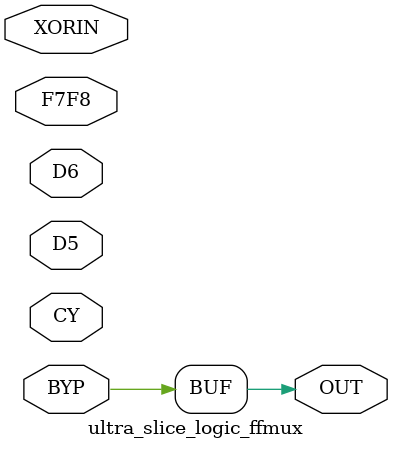
<source format=v>
module ultra_slice_logic_ffmux #(
	parameter [1023:0] SEL = "BYP"
) (
	input XORIN, F7F8, D6, D5, CY, BYP,
	output OUT
);
	generate
		case(SEL)
			"XORIN": assign OUT = XORIN;
			"F7F8":  assign OUT = F7F8;
			"D6":    assign OUT = D6;
			"D5":    assign OUT = D5;
			"CY":    assign OUT = CY;
			"BYP":   assign OUT = BYP;
		endcase
	endgenerate
endmodule
</source>
